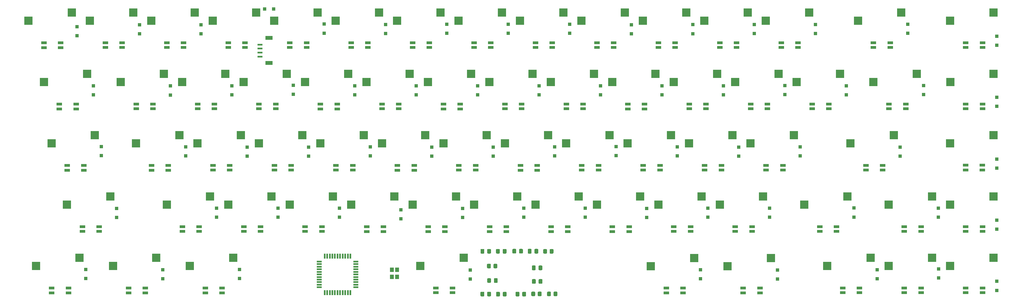
<source format=gbr>
%TF.GenerationSoftware,KiCad,Pcbnew,(5.1.12)-1*%
%TF.CreationDate,2022-03-05T19:22:20+03:30*%
%TF.ProjectId,JKB67,4a4b4236-372e-46b6-9963-61645f706362,rev?*%
%TF.SameCoordinates,Original*%
%TF.FileFunction,Paste,Bot*%
%TF.FilePolarity,Positive*%
%FSLAX46Y46*%
G04 Gerber Fmt 4.6, Leading zero omitted, Abs format (unit mm)*
G04 Created by KiCad (PCBNEW (5.1.12)-1) date 2022-03-05 19:22:20*
%MOMM*%
%LPD*%
G01*
G04 APERTURE LIST*
%ADD10R,1.800000X0.900000*%
%ADD11R,2.550000X2.500000*%
%ADD12R,2.200000X1.200000*%
%ADD13R,1.550000X0.600000*%
%ADD14R,1.500000X0.550000*%
%ADD15R,0.550000X1.500000*%
%ADD16R,1.100000X1.100000*%
%ADD17R,1.200000X1.400000*%
G04 APERTURE END LIST*
D10*
%TO.C,U72*%
X355812000Y-170049000D03*
X355812000Y-168549000D03*
X350612000Y-170049000D03*
X350612000Y-168549000D03*
D11*
X359227000Y-159169000D03*
X345802000Y-161709000D03*
%TD*%
D10*
%TO.C,U71*%
X355812000Y-150999000D03*
X355812000Y-149499000D03*
X350612000Y-150999000D03*
X350612000Y-149499000D03*
D11*
X359227000Y-140119000D03*
X345802000Y-142659000D03*
%TD*%
D10*
%TO.C,U70*%
X355800000Y-131936000D03*
X355800000Y-130436000D03*
X350600000Y-131936000D03*
X350600000Y-130436000D03*
D11*
X359215000Y-121056000D03*
X345790000Y-123596000D03*
%TD*%
D10*
%TO.C,U69*%
X355821000Y-112912000D03*
X355821000Y-111412000D03*
X350621000Y-112912000D03*
X350621000Y-111412000D03*
D11*
X359236000Y-102032000D03*
X345811000Y-104572000D03*
%TD*%
D10*
%TO.C,U68*%
X355812000Y-93861800D03*
X355812000Y-92361800D03*
X350612000Y-93861800D03*
X350612000Y-92361800D03*
D11*
X359227000Y-82981800D03*
X345802000Y-85521800D03*
%TD*%
%TO.C,U67*%
X317202000Y-85521800D03*
X330627000Y-82981800D03*
D10*
X322012000Y-92361800D03*
X322012000Y-93861800D03*
X327212000Y-92361800D03*
X327212000Y-93861800D03*
%TD*%
%TO.C,U66*%
X336762000Y-170049000D03*
X336762000Y-168549000D03*
X331562000Y-170049000D03*
X331562000Y-168549000D03*
D11*
X340177000Y-159169000D03*
X326752000Y-161709000D03*
%TD*%
D10*
%TO.C,U65*%
X336762000Y-151012000D03*
X336762000Y-149512000D03*
X331562000Y-151012000D03*
X331562000Y-149512000D03*
D11*
X340177000Y-140132000D03*
X326752000Y-142672000D03*
%TD*%
%TO.C,U64*%
X314865000Y-123622000D03*
X328290000Y-121082000D03*
D10*
X319675000Y-130462000D03*
X319675000Y-131962000D03*
X324875000Y-130462000D03*
X324875000Y-131962000D03*
%TD*%
D11*
%TO.C,U63*%
X322003000Y-104559000D03*
X335428000Y-102019000D03*
D10*
X326813000Y-111399000D03*
X326813000Y-112899000D03*
X332013000Y-111399000D03*
X332013000Y-112899000D03*
%TD*%
%TO.C,U62*%
X317687000Y-170062000D03*
X317687000Y-168562000D03*
X312487000Y-170062000D03*
X312487000Y-168562000D03*
D11*
X321102000Y-159182000D03*
X307677000Y-161722000D03*
%TD*%
%TO.C,U61*%
X300540000Y-142672000D03*
X313965000Y-140132000D03*
D10*
X305350000Y-149512000D03*
X305350000Y-151012000D03*
X310550000Y-149512000D03*
X310550000Y-151012000D03*
%TD*%
%TO.C,U60*%
X308200000Y-112899000D03*
X308200000Y-111399000D03*
X303000000Y-112899000D03*
X303000000Y-111399000D03*
D11*
X311615000Y-102019000D03*
X298190000Y-104559000D03*
%TD*%
D10*
%TO.C,U59*%
X298637000Y-93861800D03*
X298637000Y-92361800D03*
X293437000Y-93861800D03*
X293437000Y-92361800D03*
D11*
X302052000Y-82981800D03*
X288627000Y-85521800D03*
%TD*%
%TO.C,U58*%
X276803000Y-161773000D03*
X290228000Y-159233000D03*
D10*
X281613000Y-168613000D03*
X281613000Y-170113000D03*
X286813000Y-168613000D03*
X286813000Y-170113000D03*
%TD*%
%TO.C,U57*%
X284362000Y-151012000D03*
X284362000Y-149512000D03*
X279162000Y-151012000D03*
X279162000Y-149512000D03*
D11*
X287777000Y-140132000D03*
X274352000Y-142672000D03*
%TD*%
D10*
%TO.C,U56*%
X293925000Y-131949000D03*
X293925000Y-130449000D03*
X288725000Y-131949000D03*
X288725000Y-130449000D03*
D11*
X297340000Y-121069000D03*
X283915000Y-123609000D03*
%TD*%
D10*
%TO.C,U55*%
X289150000Y-112899000D03*
X289150000Y-111399000D03*
X283950000Y-112899000D03*
X283950000Y-111399000D03*
D11*
X292565000Y-102019000D03*
X279140000Y-104559000D03*
%TD*%
D10*
%TO.C,U54*%
X279600000Y-93861800D03*
X279600000Y-92361800D03*
X274400000Y-93861800D03*
X274400000Y-92361800D03*
D11*
X283015000Y-82981800D03*
X269590000Y-85521800D03*
%TD*%
D10*
%TO.C,U52*%
X265325000Y-150999000D03*
X265325000Y-149499000D03*
X260125000Y-150999000D03*
X260125000Y-149499000D03*
D11*
X268740000Y-140119000D03*
X255315000Y-142659000D03*
%TD*%
D10*
%TO.C,U51*%
X274875000Y-131949000D03*
X274875000Y-130449000D03*
X269675000Y-131949000D03*
X269675000Y-130449000D03*
D11*
X278290000Y-121069000D03*
X264865000Y-123609000D03*
%TD*%
D10*
%TO.C,U50*%
X270100000Y-112899000D03*
X270100000Y-111399000D03*
X264900000Y-112899000D03*
X264900000Y-111399000D03*
D11*
X273515000Y-102019000D03*
X260090000Y-104559000D03*
%TD*%
D10*
%TO.C,U49*%
X260550000Y-93861800D03*
X260550000Y-92361800D03*
X255350000Y-93861800D03*
X255350000Y-92361800D03*
D11*
X263965000Y-82981800D03*
X250540000Y-85521800D03*
%TD*%
%TO.C,U48*%
X252978000Y-161773000D03*
X266403000Y-159233000D03*
D10*
X257788000Y-168613000D03*
X257788000Y-170113000D03*
X262988000Y-168613000D03*
X262988000Y-170113000D03*
%TD*%
%TO.C,U47*%
X246275000Y-151037000D03*
X246275000Y-149537000D03*
X241075000Y-151037000D03*
X241075000Y-149537000D03*
D11*
X249690000Y-140157000D03*
X236265000Y-142697000D03*
%TD*%
D10*
%TO.C,U46*%
X255825000Y-131949000D03*
X255825000Y-130449000D03*
X250625000Y-131949000D03*
X250625000Y-130449000D03*
D11*
X259240000Y-121069000D03*
X245815000Y-123609000D03*
%TD*%
D10*
%TO.C,U45*%
X251037000Y-112924000D03*
X251037000Y-111424000D03*
X245837000Y-112924000D03*
X245837000Y-111424000D03*
D11*
X254452000Y-102044000D03*
X241027000Y-104584000D03*
%TD*%
D10*
%TO.C,U44*%
X241500000Y-93861800D03*
X241500000Y-92361800D03*
X236300000Y-93861800D03*
X236300000Y-92361800D03*
D11*
X244915000Y-82981800D03*
X231490000Y-85521800D03*
%TD*%
D10*
%TO.C,U43*%
X227238000Y-151024000D03*
X227238000Y-149524000D03*
X222038000Y-151024000D03*
X222038000Y-149524000D03*
D11*
X230653000Y-140144000D03*
X217228000Y-142684000D03*
%TD*%
D10*
%TO.C,U42*%
X236775000Y-131962000D03*
X236775000Y-130462000D03*
X231575000Y-131962000D03*
X231575000Y-130462000D03*
D11*
X240190000Y-121082000D03*
X226765000Y-123622000D03*
%TD*%
D10*
%TO.C,U41*%
X231987000Y-112912000D03*
X231987000Y-111412000D03*
X226787000Y-112912000D03*
X226787000Y-111412000D03*
D11*
X235402000Y-102032000D03*
X221977000Y-104572000D03*
%TD*%
D10*
%TO.C,U40*%
X222437000Y-93861800D03*
X222437000Y-92361800D03*
X217237000Y-93861800D03*
X217237000Y-92361800D03*
D11*
X225852000Y-82981800D03*
X212427000Y-85521800D03*
%TD*%
D10*
%TO.C,U39*%
X208188000Y-151024000D03*
X208188000Y-149524000D03*
X202988000Y-151024000D03*
X202988000Y-149524000D03*
D11*
X211603000Y-140144000D03*
X198178000Y-142684000D03*
%TD*%
D10*
%TO.C,U38*%
X217751000Y-131974000D03*
X217751000Y-130474000D03*
X212551000Y-131974000D03*
X212551000Y-130474000D03*
D11*
X221166000Y-121094000D03*
X207741000Y-123634000D03*
%TD*%
D10*
%TO.C,U37*%
X212937000Y-112912000D03*
X212937000Y-111412000D03*
X207737000Y-112912000D03*
X207737000Y-111412000D03*
D11*
X216352000Y-102032000D03*
X202927000Y-104572000D03*
%TD*%
D10*
%TO.C,U36*%
X203387000Y-93861800D03*
X203387000Y-92361800D03*
X198187000Y-93861800D03*
X198187000Y-92361800D03*
D11*
X206802000Y-82981800D03*
X193377000Y-85521800D03*
%TD*%
%TO.C,U35*%
X181528000Y-161722000D03*
X194953000Y-159182000D03*
D10*
X186338000Y-168562000D03*
X186338000Y-170062000D03*
X191538000Y-168562000D03*
X191538000Y-170062000D03*
%TD*%
%TO.C,U34*%
X189150000Y-151037000D03*
X189150000Y-149537000D03*
X183950000Y-151037000D03*
X183950000Y-149537000D03*
D11*
X192565000Y-140157000D03*
X179140000Y-142697000D03*
%TD*%
D10*
%TO.C,U33*%
X198688000Y-131962000D03*
X198688000Y-130462000D03*
X193488000Y-131962000D03*
X193488000Y-130462000D03*
D11*
X202103000Y-121082000D03*
X188678000Y-123622000D03*
%TD*%
D10*
%TO.C,U32*%
X193887000Y-112924000D03*
X193887000Y-111424000D03*
X188687000Y-112924000D03*
X188687000Y-111424000D03*
D11*
X197302000Y-102044000D03*
X183877000Y-104584000D03*
%TD*%
D10*
%TO.C,U31*%
X184350000Y-93861800D03*
X184350000Y-92361800D03*
X179150000Y-93861800D03*
X179150000Y-92361800D03*
D11*
X187765000Y-82981800D03*
X174340000Y-85521800D03*
%TD*%
D10*
%TO.C,U30*%
X170088000Y-151024000D03*
X170088000Y-149524000D03*
X164888000Y-151024000D03*
X164888000Y-149524000D03*
D11*
X173503000Y-140144000D03*
X160078000Y-142684000D03*
%TD*%
D10*
%TO.C,U29*%
X179638000Y-131974000D03*
X179638000Y-130474000D03*
X174438000Y-131974000D03*
X174438000Y-130474000D03*
D11*
X183053000Y-121094000D03*
X169628000Y-123634000D03*
%TD*%
D10*
%TO.C,U28*%
X174825000Y-112912000D03*
X174825000Y-111412000D03*
X169625000Y-112912000D03*
X169625000Y-111412000D03*
D11*
X178240000Y-102032000D03*
X164815000Y-104572000D03*
%TD*%
D10*
%TO.C,U27*%
X165300000Y-93861800D03*
X165300000Y-92361800D03*
X160100000Y-93861800D03*
X160100000Y-92361800D03*
D11*
X168715000Y-82981800D03*
X155290000Y-85521800D03*
%TD*%
D10*
%TO.C,U26*%
X151025000Y-151012000D03*
X151025000Y-149512000D03*
X145825000Y-151012000D03*
X145825000Y-149512000D03*
D11*
X154440000Y-140132000D03*
X141015000Y-142672000D03*
%TD*%
D10*
%TO.C,U25*%
X160575000Y-131962000D03*
X160575000Y-130462000D03*
X155375000Y-131962000D03*
X155375000Y-130462000D03*
D11*
X163990000Y-121082000D03*
X150565000Y-123622000D03*
%TD*%
D10*
%TO.C,U24*%
X155762000Y-112924000D03*
X155762000Y-111424000D03*
X150562000Y-112924000D03*
X150562000Y-111424000D03*
D11*
X159177000Y-102044000D03*
X145752000Y-104584000D03*
%TD*%
D10*
%TO.C,U23*%
X146262000Y-93861800D03*
X146262000Y-92361800D03*
X141062000Y-93861800D03*
X141062000Y-92361800D03*
D11*
X149677000Y-82981800D03*
X136252000Y-85521800D03*
%TD*%
D10*
%TO.C,U20*%
X131988000Y-150999000D03*
X131988000Y-149499000D03*
X126788000Y-150999000D03*
X126788000Y-149499000D03*
D11*
X135403000Y-140119000D03*
X121978000Y-142659000D03*
%TD*%
D10*
%TO.C,U19*%
X141500000Y-131962000D03*
X141500000Y-130462000D03*
X136300000Y-131962000D03*
X136300000Y-130462000D03*
D11*
X144915000Y-121082000D03*
X131490000Y-123622000D03*
%TD*%
D10*
%TO.C,U18*%
X136712000Y-112912000D03*
X136712000Y-111412000D03*
X131512000Y-112912000D03*
X131512000Y-111412000D03*
D11*
X140127000Y-102032000D03*
X126702000Y-104572000D03*
%TD*%
D10*
%TO.C,U17*%
X127200000Y-93861800D03*
X127200000Y-92361800D03*
X122000000Y-93861800D03*
X122000000Y-92361800D03*
D11*
X130615000Y-82981800D03*
X117190000Y-85521800D03*
%TD*%
%TO.C,U14*%
X110065000Y-161747000D03*
X123490000Y-159207000D03*
D10*
X114875000Y-168587000D03*
X114875000Y-170087000D03*
X120075000Y-168587000D03*
X120075000Y-170087000D03*
%TD*%
%TO.C,U13*%
X112938000Y-150999000D03*
X112938000Y-149499000D03*
X107738000Y-150999000D03*
X107738000Y-149499000D03*
D11*
X116353000Y-140119000D03*
X102928000Y-142659000D03*
%TD*%
D10*
%TO.C,U12*%
X122450000Y-131962000D03*
X122450000Y-130462000D03*
X117250000Y-131962000D03*
X117250000Y-130462000D03*
D11*
X125865000Y-121082000D03*
X112440000Y-123622000D03*
%TD*%
D10*
%TO.C,U11*%
X117687000Y-112912000D03*
X117687000Y-111412000D03*
X112487000Y-112912000D03*
X112487000Y-111412000D03*
D11*
X121102000Y-102032000D03*
X107677000Y-104572000D03*
%TD*%
D10*
%TO.C,U10*%
X108150000Y-93861800D03*
X108150000Y-92361800D03*
X102950000Y-93861800D03*
X102950000Y-92361800D03*
D11*
X111565000Y-82981800D03*
X98140000Y-85521800D03*
%TD*%
%TO.C,U9*%
X86252500Y-161734000D03*
X99677500Y-159194000D03*
D10*
X91062500Y-168574000D03*
X91062500Y-170074000D03*
X96262500Y-168574000D03*
X96262500Y-170074000D03*
%TD*%
%TO.C,U8*%
X103400000Y-131974000D03*
X103400000Y-130474000D03*
X98200000Y-131974000D03*
X98200000Y-130474000D03*
D11*
X106815000Y-121094000D03*
X93390000Y-123634000D03*
%TD*%
D10*
%TO.C,U7*%
X98637400Y-112912000D03*
X98637400Y-111412000D03*
X93437400Y-112912000D03*
X93437400Y-111412000D03*
D11*
X102052400Y-102032000D03*
X88627400Y-104572000D03*
%TD*%
D10*
%TO.C,U6*%
X89099700Y-93861800D03*
X89099700Y-92361800D03*
X83899700Y-93861800D03*
X83899700Y-92361800D03*
D11*
X92514700Y-82981800D03*
X79089700Y-85521800D03*
%TD*%
%TO.C,U5*%
X62427300Y-161734000D03*
X75852300Y-159194000D03*
D10*
X67237300Y-168574000D03*
X67237300Y-170074000D03*
X72437300Y-168574000D03*
X72437300Y-170074000D03*
%TD*%
D11*
%TO.C,U4*%
X71952300Y-142672000D03*
X85377300Y-140132000D03*
D10*
X76762300Y-149512000D03*
X76762300Y-151012000D03*
X81962300Y-149512000D03*
X81962300Y-151012000D03*
%TD*%
D11*
%TO.C,U3*%
X67189800Y-123634000D03*
X80614800Y-121094000D03*
D10*
X71999800Y-130474000D03*
X71999800Y-131974000D03*
X77199800Y-130474000D03*
X77199800Y-131974000D03*
%TD*%
D11*
%TO.C,U2*%
X64802200Y-104584000D03*
X78227200Y-102044000D03*
D10*
X69612200Y-111424000D03*
X69612200Y-112924000D03*
X74812200Y-111424000D03*
X74812200Y-112924000D03*
%TD*%
%TO.C,U1*%
X70049700Y-93874500D03*
X70049700Y-92374500D03*
X64849700Y-93874500D03*
X64849700Y-92374500D03*
D11*
X73464700Y-82994500D03*
X60039700Y-85534500D03*
%TD*%
D12*
%TO.C,J1*%
X134612180Y-98676460D03*
D13*
X131780080Y-96713040D03*
X131798380Y-95467040D03*
X131802940Y-94203520D03*
D12*
X134629960Y-90893900D03*
D13*
X131821240Y-92957520D03*
%TD*%
D14*
%TO.C,U53*%
X150154000Y-160363000D03*
X150154000Y-161163000D03*
X150154000Y-161963000D03*
X150154000Y-162763000D03*
X150154000Y-163563000D03*
X150154000Y-164363000D03*
X150154000Y-165163000D03*
X150154000Y-165963000D03*
X150154000Y-166763000D03*
X150154000Y-167563000D03*
X150154000Y-168363000D03*
D15*
X151854000Y-170063000D03*
X152654000Y-170063000D03*
X153454000Y-170063000D03*
X154254000Y-170063000D03*
X155054000Y-170063000D03*
X155854000Y-170063000D03*
X156654000Y-170063000D03*
X157454000Y-170063000D03*
X158254000Y-170063000D03*
X159054000Y-170063000D03*
X159854000Y-170063000D03*
D14*
X161554000Y-168363000D03*
X161554000Y-167563000D03*
X161554000Y-166763000D03*
X161554000Y-165963000D03*
X161554000Y-165163000D03*
X161554000Y-164363000D03*
X161554000Y-163563000D03*
X161554000Y-162763000D03*
X161554000Y-161963000D03*
X161554000Y-161163000D03*
X161554000Y-160363000D03*
D15*
X159854000Y-158663000D03*
X159054000Y-158663000D03*
X158254000Y-158663000D03*
X157454000Y-158663000D03*
X156654000Y-158663000D03*
X155854000Y-158663000D03*
X155054000Y-158663000D03*
X154254000Y-158663000D03*
X153454000Y-158663000D03*
X152654000Y-158663000D03*
X151854000Y-158663000D03*
%TD*%
D16*
%TO.C,D68*%
X360261000Y-169307000D03*
X360261000Y-166507000D03*
%TD*%
%TO.C,D67*%
X360210000Y-150272000D03*
X360210000Y-147472000D03*
%TD*%
%TO.C,D66*%
X360223000Y-131349000D03*
X360223000Y-128549000D03*
%TD*%
%TO.C,D65*%
X360236000Y-112109000D03*
X360236000Y-109309000D03*
%TD*%
%TO.C,D64*%
X360210000Y-93147800D03*
X360210000Y-90347800D03*
%TD*%
%TO.C,D63*%
X332626000Y-89449100D03*
X332626000Y-86649100D03*
%TD*%
%TO.C,D62*%
X342202000Y-165471000D03*
X342202000Y-162671000D03*
%TD*%
%TO.C,D61*%
X342163000Y-146574000D03*
X342163000Y-143774000D03*
%TD*%
%TO.C,D60*%
X330251000Y-127600000D03*
X330251000Y-124800000D03*
%TD*%
%TO.C,D59*%
X337528000Y-108448000D03*
X337528000Y-105648000D03*
%TD*%
%TO.C,D58*%
X323126000Y-165713000D03*
X323126000Y-162913000D03*
%TD*%
%TO.C,D57*%
X315951000Y-146536000D03*
X315951000Y-143736000D03*
%TD*%
%TO.C,D56*%
X313601000Y-108575000D03*
X313601000Y-105775000D03*
%TD*%
%TO.C,D55*%
X304051000Y-89522300D03*
X304051000Y-86722300D03*
%TD*%
%TO.C,D54*%
X292240000Y-165789000D03*
X292240000Y-162989000D03*
%TD*%
%TO.C,D53*%
X289763000Y-146574000D03*
X289763000Y-143774000D03*
%TD*%
%TO.C,D52*%
X299326000Y-127524000D03*
X299326000Y-124724000D03*
%TD*%
%TO.C,D51*%
X294551000Y-108486000D03*
X294551000Y-105686000D03*
%TD*%
%TO.C,D50*%
X285026000Y-89487200D03*
X285026000Y-86687200D03*
%TD*%
%TO.C,D49*%
X270688000Y-146612000D03*
X270688000Y-143812000D03*
%TD*%
%TO.C,D48*%
X280264000Y-127625000D03*
X280264000Y-124825000D03*
%TD*%
%TO.C,D47*%
X275488000Y-108524000D03*
X275488000Y-105724000D03*
%TD*%
%TO.C,D46*%
X266014000Y-89553700D03*
X266014000Y-86753700D03*
%TD*%
%TO.C,D45*%
X268389000Y-165674000D03*
X268389000Y-162874000D03*
%TD*%
%TO.C,D44*%
X251701000Y-146650000D03*
X251701000Y-143850000D03*
%TD*%
%TO.C,D43*%
X261214000Y-127565000D03*
X261214000Y-124765000D03*
%TD*%
%TO.C,D42*%
X256464000Y-108528000D03*
X256464000Y-105728000D03*
%TD*%
%TO.C,D41*%
X246926000Y-89560400D03*
X246926000Y-86760400D03*
%TD*%
%TO.C,D40*%
X232626000Y-146589000D03*
X232626000Y-143789000D03*
%TD*%
%TO.C,D39*%
X242189000Y-127476000D03*
X242189000Y-124676000D03*
%TD*%
%TO.C,D38*%
X237401000Y-108537000D03*
X237401000Y-105737000D03*
%TD*%
%TO.C,D37*%
X227825000Y-89449100D03*
X227825000Y-86649100D03*
%TD*%
%TO.C,D36*%
X213576000Y-146612000D03*
X213576000Y-143812000D03*
%TD*%
%TO.C,D35*%
X223164000Y-127549000D03*
X223164000Y-124749000D03*
%TD*%
%TO.C,D34*%
X218351000Y-108537000D03*
X218351000Y-105737000D03*
%TD*%
%TO.C,D33*%
X208788000Y-89439400D03*
X208788000Y-86639400D03*
%TD*%
%TO.C,D32*%
X196990000Y-165776000D03*
X196990000Y-162976000D03*
%TD*%
%TO.C,D31*%
X194602000Y-146688000D03*
X194602000Y-143888000D03*
%TD*%
%TO.C,D30*%
X204114000Y-127600000D03*
X204114000Y-124800000D03*
%TD*%
%TO.C,D29*%
X199326000Y-108550000D03*
X199326000Y-105750000D03*
%TD*%
%TO.C,D28*%
X189751000Y-89449100D03*
X189751000Y-86649100D03*
%TD*%
%TO.C,D27*%
X175501000Y-147097000D03*
X175501000Y-144297000D03*
%TD*%
%TO.C,D26*%
X185052000Y-127578000D03*
X185052000Y-124778000D03*
%TD*%
%TO.C,D25*%
X180238000Y-108524000D03*
X180238000Y-105724000D03*
%TD*%
%TO.C,D24*%
X170726000Y-89487200D03*
X170726000Y-86687200D03*
%TD*%
%TO.C,D22*%
X156426000Y-146602000D03*
X156426000Y-143802000D03*
%TD*%
%TO.C,D21*%
X166002000Y-127549000D03*
X166002000Y-124749000D03*
%TD*%
%TO.C,D20*%
X161176000Y-108537000D03*
X161176000Y-105737000D03*
%TD*%
%TO.C,D19*%
X151752000Y-89385600D03*
X151752000Y-86585600D03*
%TD*%
%TO.C,D18*%
X137389000Y-146602000D03*
X137389000Y-143802000D03*
%TD*%
%TO.C,D17*%
X146914000Y-127574000D03*
X146914000Y-124774000D03*
%TD*%
%TO.C,D16*%
X142126000Y-108423000D03*
X142126000Y-105623000D03*
%TD*%
%TO.C,D15*%
X136023000Y-81889600D03*
X133223000Y-81889600D03*
%TD*%
%TO.C,D14*%
X125489000Y-165662000D03*
X125489000Y-162862000D03*
%TD*%
%TO.C,D13*%
X118364000Y-146589000D03*
X118364000Y-143789000D03*
%TD*%
%TO.C,D12*%
X127851000Y-127600000D03*
X127851000Y-124800000D03*
%TD*%
%TO.C,D11*%
X123088000Y-108524000D03*
X123088000Y-105724000D03*
%TD*%
%TO.C,D10*%
X113538000Y-89576100D03*
X113538000Y-86776100D03*
%TD*%
%TO.C,D9*%
X101664000Y-165725000D03*
X101664000Y-162925000D03*
%TD*%
%TO.C,D8*%
X108814000Y-127489000D03*
X108814000Y-124689000D03*
%TD*%
%TO.C,D7*%
X104051000Y-108601000D03*
X104051000Y-105801000D03*
%TD*%
%TO.C,D6*%
X94488000Y-89576100D03*
X94488000Y-86776100D03*
%TD*%
%TO.C,D5*%
X77838300Y-165649000D03*
X77838300Y-162849000D03*
%TD*%
%TO.C,D4*%
X87376000Y-146650000D03*
X87376000Y-143850000D03*
%TD*%
%TO.C,D3*%
X82613500Y-127412000D03*
X82613500Y-124612000D03*
%TD*%
%TO.C,D2*%
X80162400Y-108522000D03*
X80162400Y-105722000D03*
%TD*%
%TO.C,D1*%
X75107800Y-90201400D03*
X75107800Y-87401400D03*
%TD*%
D17*
%TO.C,X1*%
X172682000Y-162895000D03*
X172682000Y-165095000D03*
X174282000Y-165095000D03*
X174282000Y-162895000D03*
%TD*%
%TO.C,R6*%
G36*
G01*
X217929000Y-170864001D02*
X217929000Y-169963999D01*
G75*
G02*
X218178999Y-169714000I249999J0D01*
G01*
X218879001Y-169714000D01*
G75*
G02*
X219129000Y-169963999I0J-249999D01*
G01*
X219129000Y-170864001D01*
G75*
G02*
X218879001Y-171114000I-249999J0D01*
G01*
X218178999Y-171114000D01*
G75*
G02*
X217929000Y-170864001I0J249999D01*
G01*
G37*
G36*
G01*
X215929000Y-170864001D02*
X215929000Y-169963999D01*
G75*
G02*
X216178999Y-169714000I249999J0D01*
G01*
X216879001Y-169714000D01*
G75*
G02*
X217129000Y-169963999I0J-249999D01*
G01*
X217129000Y-170864001D01*
G75*
G02*
X216879001Y-171114000I-249999J0D01*
G01*
X216178999Y-171114000D01*
G75*
G02*
X215929000Y-170864001I0J249999D01*
G01*
G37*
%TD*%
%TO.C,R5*%
G36*
G01*
X221612000Y-157638001D02*
X221612000Y-156737999D01*
G75*
G02*
X221861999Y-156488000I249999J0D01*
G01*
X222562001Y-156488000D01*
G75*
G02*
X222812000Y-156737999I0J-249999D01*
G01*
X222812000Y-157638001D01*
G75*
G02*
X222562001Y-157888000I-249999J0D01*
G01*
X221861999Y-157888000D01*
G75*
G02*
X221612000Y-157638001I0J249999D01*
G01*
G37*
G36*
G01*
X219612000Y-157638001D02*
X219612000Y-156737999D01*
G75*
G02*
X219861999Y-156488000I249999J0D01*
G01*
X220562001Y-156488000D01*
G75*
G02*
X220812000Y-156737999I0J-249999D01*
G01*
X220812000Y-157638001D01*
G75*
G02*
X220562001Y-157888000I-249999J0D01*
G01*
X219861999Y-157888000D01*
G75*
G02*
X219612000Y-157638001I0J249999D01*
G01*
G37*
%TD*%
%TO.C,R4*%
G36*
G01*
X204198000Y-162207001D02*
X204198000Y-161306999D01*
G75*
G02*
X204447999Y-161057000I249999J0D01*
G01*
X205148001Y-161057000D01*
G75*
G02*
X205398000Y-161306999I0J-249999D01*
G01*
X205398000Y-162207001D01*
G75*
G02*
X205148001Y-162457000I-249999J0D01*
G01*
X204447999Y-162457000D01*
G75*
G02*
X204198000Y-162207001I0J249999D01*
G01*
G37*
G36*
G01*
X202198000Y-162207001D02*
X202198000Y-161306999D01*
G75*
G02*
X202447999Y-161057000I249999J0D01*
G01*
X203148001Y-161057000D01*
G75*
G02*
X203398000Y-161306999I0J-249999D01*
G01*
X203398000Y-162207001D01*
G75*
G02*
X203148001Y-162457000I-249999J0D01*
G01*
X202447999Y-162457000D01*
G75*
G02*
X202198000Y-162207001I0J249999D01*
G01*
G37*
%TD*%
%TO.C,R3*%
G36*
G01*
X222818000Y-170859001D02*
X222818000Y-169958999D01*
G75*
G02*
X223067999Y-169709000I249999J0D01*
G01*
X223768001Y-169709000D01*
G75*
G02*
X224018000Y-169958999I0J-249999D01*
G01*
X224018000Y-170859001D01*
G75*
G02*
X223768001Y-171109000I-249999J0D01*
G01*
X223067999Y-171109000D01*
G75*
G02*
X222818000Y-170859001I0J249999D01*
G01*
G37*
G36*
G01*
X220818000Y-170859001D02*
X220818000Y-169958999D01*
G75*
G02*
X221067999Y-169709000I249999J0D01*
G01*
X221768001Y-169709000D01*
G75*
G02*
X222018000Y-169958999I0J-249999D01*
G01*
X222018000Y-170859001D01*
G75*
G02*
X221768001Y-171109000I-249999J0D01*
G01*
X221067999Y-171109000D01*
G75*
G02*
X220818000Y-170859001I0J249999D01*
G01*
G37*
%TD*%
%TO.C,C10*%
G36*
G01*
X206170000Y-156692000D02*
X206170000Y-157642000D01*
G75*
G02*
X205920000Y-157892000I-250000J0D01*
G01*
X205245000Y-157892000D01*
G75*
G02*
X204995000Y-157642000I0J250000D01*
G01*
X204995000Y-156692000D01*
G75*
G02*
X205245000Y-156442000I250000J0D01*
G01*
X205920000Y-156442000D01*
G75*
G02*
X206170000Y-156692000I0J-250000D01*
G01*
G37*
G36*
G01*
X208245000Y-156692000D02*
X208245000Y-157642000D01*
G75*
G02*
X207995000Y-157892000I-250000J0D01*
G01*
X207320000Y-157892000D01*
G75*
G02*
X207070000Y-157642000I0J250000D01*
G01*
X207070000Y-156692000D01*
G75*
G02*
X207320000Y-156442000I250000J0D01*
G01*
X207995000Y-156442000D01*
G75*
G02*
X208245000Y-156692000I0J-250000D01*
G01*
G37*
%TD*%
%TO.C,C9*%
G36*
G01*
X216013000Y-156680000D02*
X216013000Y-157630000D01*
G75*
G02*
X215763000Y-157880000I-250000J0D01*
G01*
X215088000Y-157880000D01*
G75*
G02*
X214838000Y-157630000I0J250000D01*
G01*
X214838000Y-156680000D01*
G75*
G02*
X215088000Y-156430000I250000J0D01*
G01*
X215763000Y-156430000D01*
G75*
G02*
X216013000Y-156680000I0J-250000D01*
G01*
G37*
G36*
G01*
X218088000Y-156680000D02*
X218088000Y-157630000D01*
G75*
G02*
X217838000Y-157880000I-250000J0D01*
G01*
X217163000Y-157880000D01*
G75*
G02*
X216913000Y-157630000I0J250000D01*
G01*
X216913000Y-156680000D01*
G75*
G02*
X217163000Y-156430000I250000J0D01*
G01*
X217838000Y-156430000D01*
G75*
G02*
X218088000Y-156680000I0J-250000D01*
G01*
G37*
%TD*%
%TO.C,C8*%
G36*
G01*
X213127000Y-170952000D02*
X213127000Y-170002000D01*
G75*
G02*
X213377000Y-169752000I250000J0D01*
G01*
X214052000Y-169752000D01*
G75*
G02*
X214302000Y-170002000I0J-250000D01*
G01*
X214302000Y-170952000D01*
G75*
G02*
X214052000Y-171202000I-250000J0D01*
G01*
X213377000Y-171202000D01*
G75*
G02*
X213127000Y-170952000I0J250000D01*
G01*
G37*
G36*
G01*
X211052000Y-170952000D02*
X211052000Y-170002000D01*
G75*
G02*
X211302000Y-169752000I250000J0D01*
G01*
X211977000Y-169752000D01*
G75*
G02*
X212227000Y-170002000I0J-250000D01*
G01*
X212227000Y-170952000D01*
G75*
G02*
X211977000Y-171202000I-250000J0D01*
G01*
X211302000Y-171202000D01*
G75*
G02*
X211052000Y-170952000I0J250000D01*
G01*
G37*
%TD*%
%TO.C,C7*%
G36*
G01*
X202260000Y-157642000D02*
X202260000Y-156692000D01*
G75*
G02*
X202510000Y-156442000I250000J0D01*
G01*
X203185000Y-156442000D01*
G75*
G02*
X203435000Y-156692000I0J-250000D01*
G01*
X203435000Y-157642000D01*
G75*
G02*
X203185000Y-157892000I-250000J0D01*
G01*
X202510000Y-157892000D01*
G75*
G02*
X202260000Y-157642000I0J250000D01*
G01*
G37*
G36*
G01*
X200185000Y-157642000D02*
X200185000Y-156692000D01*
G75*
G02*
X200435000Y-156442000I250000J0D01*
G01*
X201110000Y-156442000D01*
G75*
G02*
X201360000Y-156692000I0J-250000D01*
G01*
X201360000Y-157642000D01*
G75*
G02*
X201110000Y-157892000I-250000J0D01*
G01*
X200435000Y-157892000D01*
G75*
G02*
X200185000Y-157642000I0J250000D01*
G01*
G37*
%TD*%
%TO.C,C6*%
G36*
G01*
X204342000Y-166736000D02*
X204342000Y-165786000D01*
G75*
G02*
X204592000Y-165536000I250000J0D01*
G01*
X205267000Y-165536000D01*
G75*
G02*
X205517000Y-165786000I0J-250000D01*
G01*
X205517000Y-166736000D01*
G75*
G02*
X205267000Y-166986000I-250000J0D01*
G01*
X204592000Y-166986000D01*
G75*
G02*
X204342000Y-166736000I0J250000D01*
G01*
G37*
G36*
G01*
X202267000Y-166736000D02*
X202267000Y-165786000D01*
G75*
G02*
X202517000Y-165536000I250000J0D01*
G01*
X203192000Y-165536000D01*
G75*
G02*
X203442000Y-165786000I0J-250000D01*
G01*
X203442000Y-166736000D01*
G75*
G02*
X203192000Y-166986000I-250000J0D01*
G01*
X202517000Y-166986000D01*
G75*
G02*
X202267000Y-166736000I0J250000D01*
G01*
G37*
%TD*%
%TO.C,C5*%
G36*
G01*
X218183000Y-162794000D02*
X218183000Y-161844000D01*
G75*
G02*
X218433000Y-161594000I250000J0D01*
G01*
X219108000Y-161594000D01*
G75*
G02*
X219358000Y-161844000I0J-250000D01*
G01*
X219358000Y-162794000D01*
G75*
G02*
X219108000Y-163044000I-250000J0D01*
G01*
X218433000Y-163044000D01*
G75*
G02*
X218183000Y-162794000I0J250000D01*
G01*
G37*
G36*
G01*
X216108000Y-162794000D02*
X216108000Y-161844000D01*
G75*
G02*
X216358000Y-161594000I250000J0D01*
G01*
X217033000Y-161594000D01*
G75*
G02*
X217283000Y-161844000I0J-250000D01*
G01*
X217283000Y-162794000D01*
G75*
G02*
X217033000Y-163044000I-250000J0D01*
G01*
X216358000Y-163044000D01*
G75*
G02*
X216108000Y-162794000I0J250000D01*
G01*
G37*
%TD*%
%TO.C,C4*%
G36*
G01*
X206196000Y-170010000D02*
X206196000Y-170960000D01*
G75*
G02*
X205946000Y-171210000I-250000J0D01*
G01*
X205271000Y-171210000D01*
G75*
G02*
X205021000Y-170960000I0J250000D01*
G01*
X205021000Y-170010000D01*
G75*
G02*
X205271000Y-169760000I250000J0D01*
G01*
X205946000Y-169760000D01*
G75*
G02*
X206196000Y-170010000I0J-250000D01*
G01*
G37*
G36*
G01*
X208271000Y-170010000D02*
X208271000Y-170960000D01*
G75*
G02*
X208021000Y-171210000I-250000J0D01*
G01*
X207346000Y-171210000D01*
G75*
G02*
X207096000Y-170960000I0J250000D01*
G01*
X207096000Y-170010000D01*
G75*
G02*
X207346000Y-169760000I250000J0D01*
G01*
X208021000Y-169760000D01*
G75*
G02*
X208271000Y-170010000I0J-250000D01*
G01*
G37*
%TD*%
%TO.C,C3*%
G36*
G01*
X218208000Y-167010000D02*
X218208000Y-166060000D01*
G75*
G02*
X218458000Y-165810000I250000J0D01*
G01*
X219133000Y-165810000D01*
G75*
G02*
X219383000Y-166060000I0J-250000D01*
G01*
X219383000Y-167010000D01*
G75*
G02*
X219133000Y-167260000I-250000J0D01*
G01*
X218458000Y-167260000D01*
G75*
G02*
X218208000Y-167010000I0J250000D01*
G01*
G37*
G36*
G01*
X216133000Y-167010000D02*
X216133000Y-166060000D01*
G75*
G02*
X216383000Y-165810000I250000J0D01*
G01*
X217058000Y-165810000D01*
G75*
G02*
X217308000Y-166060000I0J-250000D01*
G01*
X217308000Y-167010000D01*
G75*
G02*
X217058000Y-167260000I-250000J0D01*
G01*
X216383000Y-167260000D01*
G75*
G02*
X216133000Y-167010000I0J250000D01*
G01*
G37*
%TD*%
%TO.C,C2*%
G36*
G01*
X212147000Y-157617000D02*
X212147000Y-156667000D01*
G75*
G02*
X212397000Y-156417000I250000J0D01*
G01*
X213072000Y-156417000D01*
G75*
G02*
X213322000Y-156667000I0J-250000D01*
G01*
X213322000Y-157617000D01*
G75*
G02*
X213072000Y-157867000I-250000J0D01*
G01*
X212397000Y-157867000D01*
G75*
G02*
X212147000Y-157617000I0J250000D01*
G01*
G37*
G36*
G01*
X210072000Y-157617000D02*
X210072000Y-156667000D01*
G75*
G02*
X210322000Y-156417000I250000J0D01*
G01*
X210997000Y-156417000D01*
G75*
G02*
X211247000Y-156667000I0J-250000D01*
G01*
X211247000Y-157617000D01*
G75*
G02*
X210997000Y-157867000I-250000J0D01*
G01*
X210322000Y-157867000D01*
G75*
G02*
X210072000Y-157617000I0J250000D01*
G01*
G37*
%TD*%
%TO.C,C1*%
G36*
G01*
X202257000Y-170934000D02*
X202257000Y-169984000D01*
G75*
G02*
X202507000Y-169734000I250000J0D01*
G01*
X203182000Y-169734000D01*
G75*
G02*
X203432000Y-169984000I0J-250000D01*
G01*
X203432000Y-170934000D01*
G75*
G02*
X203182000Y-171184000I-250000J0D01*
G01*
X202507000Y-171184000D01*
G75*
G02*
X202257000Y-170934000I0J250000D01*
G01*
G37*
G36*
G01*
X200182000Y-170934000D02*
X200182000Y-169984000D01*
G75*
G02*
X200432000Y-169734000I250000J0D01*
G01*
X201107000Y-169734000D01*
G75*
G02*
X201357000Y-169984000I0J-250000D01*
G01*
X201357000Y-170934000D01*
G75*
G02*
X201107000Y-171184000I-250000J0D01*
G01*
X200432000Y-171184000D01*
G75*
G02*
X200182000Y-170934000I0J250000D01*
G01*
G37*
%TD*%
M02*

</source>
